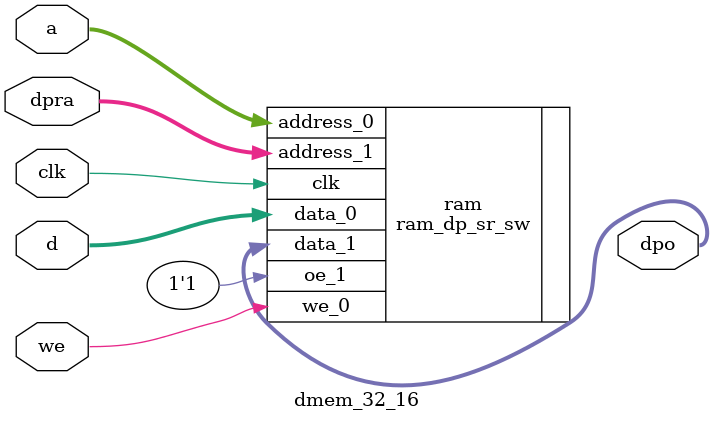
<source format=sv>

`timescale 1ns / 1ns

module dmem_32_16(a, d, dpra, clk, we, dpo)
/* synthesis syn_black_box black_box_pad_pin="a[3:0],d[31:0],dpra[3:0],clk,we,dpo[31:0]" */;
  input [3:0]a;
  input [31:0]d;
  input [3:0]dpra;
  input clk;
  input we;
  output [31:0]dpo;

 ram_dp_sr_sw #(.DATA_WIDTH(32), .ADDR_WIDTH(4)) ram (
.clk(clk)       , // Clock Input
.address_0(a) , // address_0 Input
.data_0(d)    , // data_0 bi-directional
.we_0(we)      , // Write Enable/Read Enable
.address_1(dpra) , // address_1 Input
.oe_1(1'b1),
.data_1(dpo)     // data_1 bi-directional
); 
endmodule

</source>
